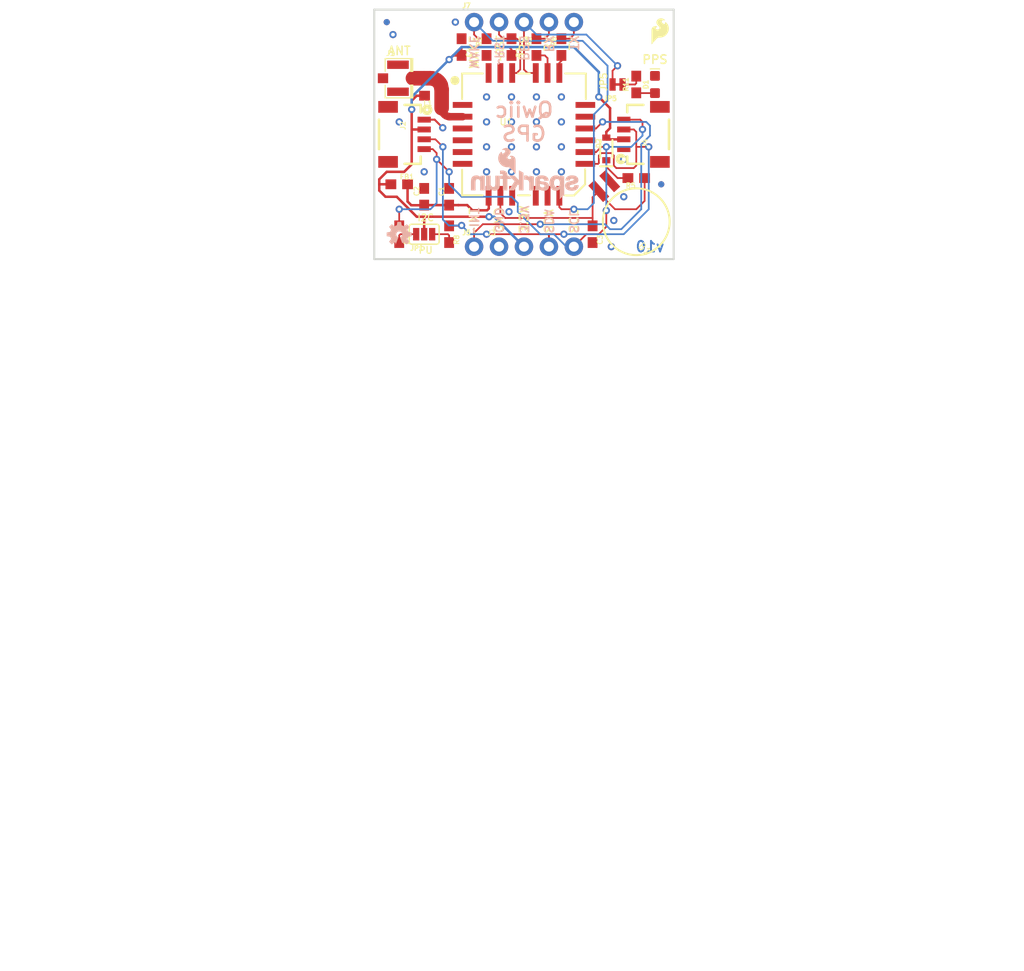
<source format=kicad_pcb>
(kicad_pcb (version 20211014) (generator pcbnew)
  (layers (0 "F.Cu" signal) (31 "B.Cu" signal) (34 "B.Paste" user) (35 "F.Paste" user) (36 "B.SilkS" user "B.Silkscreen") (37 "F.SilkS" user "F.Silkscreen") (38 "B.Mask" user) (39 "F.Mask" user) (44 "Edge.Cuts" user))
  (net 0 "")
  (net 1 "3.3V")
  (net 2 "GND")
  (net 3 "SCL")
  (net 4 "SDA")
  (net 5 "WAKE")
  (net 6 "~{RESET}")
  (net 7 "RXLV")
  (net 8 "TXLV")
  (net 9 "RX")
  (net 10 "TX")
  (net 11 "VCC_FILTERED")
  (net 12 "BACKUP")
  (net 13 "INT")
  (net 14 "PPS")
  (net 15 "N$5")
  (net 16 "N$8")
  (net 17 "N$2")
  (net 18 "EXT_ANT")
  (net 19 "N$4")
  (net 20 "N$6")
  (footprint "Qwiic GPS - Titan X1 v10:BATTCON-6.8MM" (layer "F.Cu") (at 159.9311 113.8936 132)
    (fp_text reference "B1" (at -1.905001 -1.270006 -42) (layer "F.SilkS") (effects (font (size 0.688848 0.688848) (thickness 0.073152)) (justify left)))
    (fp_text value "6.8MM_COIN_CELL")
    (pad "+" smd rect (at 4.87 -0.75 312) (size 2.25 0.85) (layers "F.Cu" "F.Paste" "F.Mask") (net 12 "BACKUP"))
    (pad "-" smd rect (at 4.87 0.75 312) (size 2.25 0.85) (layers "F.Cu" "F.Paste" "F.Mask") (net 2 "GND"))
  )
  (footprint "Qwiic GPS - Titan X1 v10:0603" (layer "F.Cu") (at 135.8011 110.0836)
    (fp_text reference "FB1" (at 0 -0.762) (layer "F.SilkS") (effects (font (size 0.512064 0.512064) (thickness 0.097536)) (justify left)))
    (fp_text value "600Ohm/100MHz")
    (pad "1" smd rect (at -0.85 0) (size 1.1 1) (layers "F.Cu" "F.Paste" "F.Mask") (net 1 "3.3V"))
    (pad "2" smd rect (at 0.85 0) (size 1.1 1) (layers "F.Cu" "F.Paste" "F.Mask") (net 11 "VCC_FILTERED"))
  )
  (footprint "Qwiic GPS - Titan X1 v10:0603" (layer "F.Cu") (at 139.2301 101.0666 180)
    (fp_text reference "L1" (at 0 -0.762) (layer "F.SilkS") (effects (font (size 0.512064 0.512064) (thickness 0.097536)) (justify right)))
    (fp_text value "33nH/±5%/500mA")
    (pad "1" smd rect (at -0.85 0 180) (size 1.1 1) (layers "F.Cu" "F.Paste" "F.Mask") (net 18 "EXT_ANT"))
    (pad "2" smd rect (at 0.85 0 180) (size 1.1 1) (layers "F.Cu" "F.Paste" "F.Mask") (net 1 "3.3V"))
  )
  (footprint "Qwiic GPS - Titan X1 v10:MICRO-FIDUCIAL" (layer "F.Cu") (at 162.4711 110.0836)
    (fp_text reference "JP2" hide)
    (fp_text value "FIDUCIALUFIDUCIAL" hide)
    (pad "1" smd roundrect (at 0 0) (size 0.635 0.635) (layers "F.Cu" "F.Mask") (roundrect_rratio 0.5))
  )
  (footprint "Qwiic GPS - Titan X1 v10:1X04_NO_SILK" (layer "F.Cu") (at 145.9611 116.4336)
    (fp_text reference "J3" (at -1.27 -1.397) (layer "F.SilkS") (effects (font (size 0.512064 0.512064) (thickness 0.097536)) (justify left)))
    (fp_text value "PTH" hide)
    (pad "1" thru_hole circle (at 0 0 90) (size 1.8796 1.8796) (drill 1.016) (layers *.Cu *.Mask) (net 2 "GND"))
    (pad "2" thru_hole circle (at 2.54 0 90) (size 1.8796 1.8796) (drill 1.016) (layers *.Cu *.Mask) (net 1 "3.3V"))
    (pad "3" thru_hole circle (at 5.08 0 90) (size 1.8796 1.8796) (drill 1.016) (layers *.Cu *.Mask) (net 4 "SDA"))
    (pad "4" thru_hole circle (at 7.62 0 90) (size 1.8796 1.8796) (drill 1.016) (layers *.Cu *.Mask) (net 3 "SCL"))
  )
  (footprint "Qwiic GPS - Titan X1 v10:0603" (layer "F.Cu") (at 144.6911 96.1136 90)
    (fp_text reference "R1" (at 0 -0.762 90) (layer "F.SilkS") (effects (font (size 0.512064 0.512064) (thickness 0.097536)) (justify left)))
    (fp_text value "10k")
    (pad "1" smd rect (at -0.85 0 90) (size 1.1 1) (layers "F.Cu" "F.Paste" "F.Mask") (net 2 "GND"))
    (pad "2" smd rect (at 0.85 0 90) (size 1.1 1) (layers "F.Cu" "F.Paste" "F.Mask") (net 5 "WAKE"))
  )
  (footprint "Qwiic GPS - Titan X1 v10:1X05_NO_SILK" (layer "F.Cu") (at 143.4211 93.5736)
    (fp_text reference "J7" (at -1.27 -1.397) (layer "F.SilkS") (effects (font (size 0.48768 0.48768) (thickness 0.12192)) (justify left bottom)))
    (fp_text value "")
    (pad "1" thru_hole circle (at 0 0 90) (size 1.8796 1.8796) (drill 1.016) (layers *.Cu *.Mask) (net 5 "WAKE"))
    (pad "2" thru_hole circle (at 2.54 0 90) (size 1.8796 1.8796) (drill 1.016) (layers *.Cu *.Mask) (net 6 "~{RESET}"))
    (pad "3" thru_hole circle (at 5.08 0 90) (size 1.8796 1.8796) (drill 1.016) (layers *.Cu *.Mask) (net 14 "PPS"))
    (pad "4" thru_hole circle (at 7.62 0 90) (size 1.8796 1.8796) (drill 1.016) (layers *.Cu *.Mask) (net 9 "RX"))
    (pad "5" thru_hole circle (at 10.16 0 90) (size 1.8796 1.8796) (drill 1.016) (layers *.Cu *.Mask) (net 10 "TX"))
  )
  (footprint "Qwiic GPS - Titan X1 v10:0603" (layer "F.Cu") (at 135.8011 115.1636 -90)
    (fp_text reference "R7" (at 0 -0.762 90) (layer "F.SilkS") (effects (font (size 0.512064 0.512064) (thickness 0.097536)) (justify right)))
    (fp_text value "4.7k")
    (pad "1" smd rect (at -0.85 0 270) (size 1.1 1) (layers "F.Cu" "F.Paste" "F.Mask") (net 3 "SCL"))
    (pad "2" smd rect (at 0.85 0 270) (size 1.1 1) (layers "F.Cu" "F.Paste" "F.Mask") (net 16 "N$8"))
  )
  (footprint "Qwiic GPS - Titan X1 v10:REVISION" (layer "F.Cu") (at 126.9111 138.0236)
    (fp_text reference "LOGO3" hide)
    (fp_text value "REVISION" hide)
  )
  (footprint "Qwiic GPS - Titan X1 v10:0603" (layer "F.Cu") (at 147.2311 96.1136 -90)
    (fp_text reference "R2" (at 0 -0.762 90) (layer "F.SilkS") (effects (font (size 0.512064 0.512064) (thickness 0.097536)) (justify right)))
    (fp_text value "10k")
    (pad "1" smd rect (at -0.85 0 270) (size 1.1 1) (layers "F.Cu" "F.Paste" "F.Mask") (net 6 "~{RESET}"))
    (pad "2" smd rect (at 0.85 0 270) (size 1.1 1) (layers "F.Cu" "F.Paste" "F.Mask") (net 1 "3.3V"))
  )
  (footprint "Qwiic GPS - Titan X1 v10:SOD-323" (layer "F.Cu") (at 156.8831 106.48315 90)
    (fp_text reference "D2" (at 0 -0.762 90) (layer "F.SilkS") (effects (font (size 0.512064 0.512064) (thickness 0.097536)) (justify left)))
    (fp_text value "0.5A/40V/420mV")
    (pad "A" smd rect (at 1.15 0 90) (size 0.63 0.83) (layers "F.Cu" "F.Paste" "F.Mask") (net 1 "3.3V"))
    (pad "C" smd rect (at -1.15 0 90) (size 0.63 0.83) (layers "F.Cu" "F.Paste" "F.Mask") (net 20 "N$6"))
  )
  (footprint "Qwiic GPS - Titan X1 v10:SFE_LOGO_FLAME_.1" (layer "F.Cu") (at 161.2011 96.1136)
    (fp_text reference "U$2" hide)
    (fp_text value "" hide)
  )
  (footprint "Qwiic GPS - Titan X1 v10:0603" (layer "F.Cu") (at 142.1511 96.1136 -90)
    (fp_text reference "C4" (at 0 -0.762 90) (layer "F.SilkS") (effects (font (size 0.512064 0.512064) (thickness 0.097536)) (justify right)))
    (fp_text value "1.0uF")
    (pad "1" smd rect (at -0.85 0 270) (size 1.1 1) (layers "F.Cu" "F.Paste" "F.Mask") (net 2 "GND"))
    (pad "2" smd rect (at 0.85 0 270) (size 1.1 1) (layers "F.Cu" "F.Paste" "F.Mask") (net 1 "3.3V"))
  )
  (footprint "Qwiic GPS - Titan X1 v10:1X04_1MM_RA" (layer "F.Cu") (at 138.3411 105.0036 -90)
    (fp_text reference "J2" (at -1.397 2.159 90) (layer "F.SilkS") (effects (font (size 0.512064 0.512064) (thickness 0.097536)) (justify right)))
    (fp_text value "Qwiic Right Angle" hide)
    (pad "1" smd rect (at -1.5 0 270) (size 0.6 1.35) (layers "F.Cu" "F.Paste" "F.Mask") (net 2 "GND"))
    (pad "2" smd rect (at -0.5 0 270) (size 0.6 1.35) (layers "F.Cu" "F.Paste" "F.Mask") (net 1 "3.3V"))
    (pad "3" smd rect (at 0.5 0 270) (size 0.6 1.35) (layers "F.Cu" "F.Paste" "F.Mask") (net 4 "SDA"))
    (pad "4" smd rect (at 1.5 0 270) (size 0.6 1.35) (layers "F.Cu" "F.Paste" "F.Mask") (net 3 "SCL"))
    (pad "NC1" smd rect (at 2.8 3.675 270) (size 1.2 2) (layers "F.Cu" "F.Paste" "F.Mask"))
    (pad "NC2" smd rect (at -2.8 3.675 270) (size 1.2 2) (layers "F.Cu" "F.Paste" "F.Mask"))
  )
  (footprint "Qwiic GPS - Titan X1 v10:0603" (layer "F.Cu") (at 159.9311 99.9236 90)
    (fp_text reference "R11" (at 0 -0.762 90) (layer "F.SilkS") (effects (font (size 0.48768 0.48768) (thickness 0.12192)) (justify bottom)))
    (fp_text value "470")
    (pad "1" smd rect (at -0.85 0 90) (size 1.1 1) (layers "F.Cu" "F.Paste" "F.Mask") (net 17 "N$2"))
    (pad "2" smd rect (at 0.85 0 90) (size 1.1 1) (layers "F.Cu" "F.Paste" "F.Mask") (net 19 "N$4"))
  )
  (footprint "Qwiic GPS - Titan X1 v10:1X01_NO_SILK" (layer "F.Cu") (at 143.4211 116.4336)
    (fp_text reference "J5" (at -1.27 -1.143) (layer "F.SilkS") (effects (font (size 0.48768 0.48768) (thickness 0.12192)) (justify left bottom)))
    (fp_text value "")
    (pad "1" thru_hole circle (at 0 0 90) (size 1.8796 1.8796) (drill 1.016) (layers *.Cu *.Mask) (net 13 "INT"))
  )
  (footprint "Qwiic GPS - Titan X1 v10:0603" (layer "F.Cu") (at 159.9311 109.4486 180)
    (fp_text reference "R5" (at 0 -0.762) (layer "F.SilkS") (effects (font (size 0.512064 0.512064) (thickness 0.097536)) (justify right)))
    (fp_text value "1k")
    (pad "1" smd rect (at -0.85 0 180) (size 1.1 1) (layers "F.Cu" "F.Paste" "F.Mask") (net 12 "BACKUP"))
    (pad "2" smd rect (at 0.85 0 180) (size 1.1 1) (layers "F.Cu" "F.Paste" "F.Mask") (net 20 "N$6"))
  )
  (footprint "Qwiic GPS - Titan X1 v10:0603" (layer "F.Cu") (at 140.8811 115.1636 -90)
    (fp_text reference "R8" (at 0 -0.762 90) (layer "F.SilkS") (effects (font (size 0.512064 0.512064) (thickness 0.097536)) (justify right)))
    (fp_text value "4.7k")
    (pad "1" smd rect (at -0.85 0 270) (size 1.1 1) (layers "F.Cu" "F.Paste" "F.Mask") (net 4 "SDA"))
    (pad "2" smd rect (at 0.85 0 270) (size 1.1 1) (layers "F.Cu" "F.Paste" "F.Mask") (net 15 "N$5"))
  )
  (footprint "Qwiic GPS - Titan X1 v10:STAND-OFF" (layer "F.Cu") (at 138.3411 94.8436)
    (fp_text reference "JP3" hide)
    (fp_text value "STAND-OFF" hide)
    (pad "" np_thru_hole circle (at 0 0) (size 3.302 3.302) (drill 3.302) (layers *.Cu *.Mask))
  )
  (footprint "Qwiic GPS - Titan X1 v10:CREATIVE_COMMONS" (layer "F.Cu") (at 115.4811 135.4836)
    (fp_text reference "FRAME1" hide)
    (fp_text value "FRAME-LETTER" hide)
  )
  (footprint "Qwiic GPS - Titan X1 v10:0603" (layer "F.Cu") (at 149.7711 96.1136 90)
    (fp_text reference "R3" (at 0 -0.762 90) (layer "F.SilkS") (effects (font (size 0.512064 0.512064) (thickness 0.097536)) (justify left)))
    (fp_text value "470")
    (pad "1" smd rect (at -0.85 0 90) (size 1.1 1) (layers "F.Cu" "F.Paste" "F.Mask") (net 7 "RXLV"))
    (pad "2" smd rect (at 0.85 0 90) (size 1.1 1) (layers "F.Cu" "F.Paste" "F.Mask") (net 9 "RX"))
  )
  (footprint "Qwiic GPS - Titan X1 v10:0603" (layer "F.Cu") (at 155.4861 115.1636 -90)
    (fp_text reference "C3" (at 0 -0.762 90) (layer "F.SilkS") (effects (font (size 0.512064 0.512064) (thickness 0.097536)) (justify right)))
    (fp_text value "1.0uF")
    (pad "1" smd rect (at -0.85 0 270) (size 1.1 1) (layers "F.Cu" "F.Paste" "F.Mask") (net 12 "BACKUP"))
    (pad "2" smd rect (at 0.85 0 270) (size 1.1 1) (layers "F.Cu" "F.Paste" "F.Mask") (net 2 "GND"))
  )
  (footprint "Qwiic GPS - Titan X1 v10:TITAN_X1_GPS" (layer "F.Cu") (at 148.5011 105.0036)
    (fp_text reference "U1" (at -2.54 -1.27) (layer "F.SilkS") (effects (font (size 0.664845 0.664845) (thickness 0.097155)) (justify left)))
    (fp_text value "Titan X1 GPS")
    (pad "1" smd rect (at -6.25 -3) (size 2 0.6) (layers "F.Cu" "F.Paste" "F.Mask") (net 2 "GND"))
    (pad "2" smd rect (at -6.25 -1.8) (size 2 0.6) (layers "F.Cu" "F.Paste" "F.Mask") (net 18 "EXT_ANT"))
    (pad "3" smd rect (at -6.25 -0.6) (size 2 0.6) (layers "F.Cu" "F.Paste" "F.Mask") (net 2 "GND"))
    (pad "4" smd rect (at -6.25 0.6) (size 2 0.6) (layers "F.Cu" "F.Paste" "F.Mask") (net 2 "GND"))
    (pad "5" smd rect (at -6.25 1.8) (size 2 0.6) (layers "F.Cu" "F.Paste" "F.Mask") (net 2 "GND"))
    (pad "6" smd rect (at -6.25 3) (size 2 0.6) (layers "F.Cu" "F.Paste" "F.Mask") (net 2 "GND"))
    (pad "7" smd rect (at -3.6 6.25 90) (size 2 0.6) (layers "F.Cu" "F.Paste" "F.Mask") (net 11 "VCC_FILTERED"))
    (pad "8" smd rect (at -2.4 6.25 90) (size 2 0.6) (layers "F.Cu" "F.Paste" "F.Mask") (net 12 "BACKUP"))
    (pad "9" smd rect (at -1.2 6.25 90) (size 2 0.6) (layers "F.Cu" "F.Paste" "F.Mask") (net 2 "GND"))
    (pad "10" smd rect (at 1.2 6.25 90) (size 2 0.6) (layers "F.Cu" "F.Paste" "F.Mask") (net 2 "GND"))
    (pad "11" smd rect (at 2.4 6.25 90) (size 2 0.6) (layers "F.Cu" "F.Paste" "F.Mask") (net 2 "GND"))
    (pad "12" smd rect (at 3.6 6.25 90) (size 2 0.6) (layers "F.Cu" "F.Paste" "F.Mask") (net 5 "WAKE"))
    (pad "13" smd rect (at 6.25 3) (size 2 0.6) (layers "F.Cu" "F.Paste" "F.Mask") (net 4 "SDA"))
    (pad "14" smd rect (at 6.25 1.8) (size 2 0.6) (layers "F.Cu" "F.Paste" "F.Mask") (net 3 "SCL"))
    (pad "15" smd rect (at 6.25 0.6) (size 2 0.6) (layers "F.Cu" "F.Paste" "F.Mask"))
    (pad "16" smd rect (at 6.25 -0.6) (size 2 0.6) (layers "F.Cu" "F.Paste" "F.Mask") (net 13 "INT"))
    (pad "17" smd rect (at 6.25 -1.8) (size 2 0.6) (layers "F.Cu" "F.Paste" "F.Mask"))
    (pad "18" smd rect (at 6.25 -3) (size 2 0.6) (layers "F.Cu" "F.Paste" "F.Mask"))
    (pad "19" smd rect (at 3.6 -6.25 270) (size 2 0.6) (layers "F.Cu" "F.Paste" "F.Mask") (net 8 "TXLV"))
    (pad "20" smd rect (at 2.4 -6.25 270) (size 2 0.6) (layers "F.Cu" "F.Paste" "F.Mask") (net 7 "RXLV"))
    (pad "21" smd rect (at 1.2 -6.25 270) (size 2 0.6) (layers "F.Cu" "F.Paste" "F.Mask") (net 14 "PPS"))
    (pad "22" smd rect (at -1.2 -6.25 270) (size 2 0.6) (layers "F.Cu" "F.Paste" "F.Mask") (net 6 "~{RESET}"))
    (pad "23" smd rect (at -2.4 -6.25 270) (size 2 0.6) (layers "F.Cu" "F.Paste" "F.Mask"))
    (pad "24" smd rect (at -3.6 -6.25 270) (size 2 0.6) (layers "F.Cu" "F.Paste" "F.Mask") (net 2 "GND"))
  )
  (footprint "Qwiic GPS - Titan X1 v10:SMT-JUMPER_3_2-NC_PASTE_SILK" (layer "F.Cu") (at 138.3411 115.1636 180)
    (fp_text reference "JP1" (at 0 -1.143 180) (layer "F.SilkS") (effects (font (size 0.48768 0.48768) (thickness 0.12192)) (justify right top)))
    (fp_text value "")
    (pad "1" smd rect (at -0.8128 0 180) (size 0.635 1.27) (layers "F.Cu" "F.Mask") (net 15 "N$5"))
    (pad "2" smd rect (at 0 0 180) (size 0.635 1.27) (layers "F.Cu" "F.Mask") (net 1 "3.3V"))
    (pad "3" smd rect (at 0.8128 0 180) (size 0.635 1.27) (layers "F.Cu" "F.Mask") (net 16 "N$8"))
  )
  (footprint "Qwiic GPS - Titan X1 v10:MICRO-FIDUCIAL" (layer "F.Cu") (at 134.5311 93.5736)
    (fp_text reference "JP6" hide)
    (fp_text value "FIDUCIALUFIDUCIAL" hide)
    (pad "1" smd roundrect (at 0 0) (size 0.635 0.635) (layers "F.Cu" "F.Mask") (roundrect_rratio 0.5))
  )
  (footprint "Qwiic GPS - Titan X1 v10:0603" (layer "F.Cu") (at 140.8811 111.3536 90)
    (fp_text reference "C1" (at 0 -0.762 90) (layer "F.SilkS") (effects (font (size 0.512064 0.512064) (thickness 0.097536)) (justify left)))
    (fp_text value "0.1uF")
    (pad "1" smd rect (at -0.85 0 90) (size 1.1 1) (layers "F.Cu" "F.Paste" "F.Mask") (net 11 "VCC_FILTERED"))
    (pad "2" smd rect (at 0.85 0 90) (size 1.1 1) (layers "F.Cu" "F.Paste" "F.Mask") (net 2 "GND"))
  )
  (footprint "Qwiic GPS - Titan X1 v10:0603" (layer "F.Cu") (at 152.3111 96.1136 90)
    (fp_text reference "R6" (at 0 -0.762 90) (layer "F.SilkS") (effects (font (size 0.512064 0.512064) (thickness 0.097536)) (justify left)))
    (fp_text value "470")
    (pad "1" smd rect (at -0.85 0 90) (size 1.1 1) (layers "F.Cu" "F.Paste" "F.Mask") (net 8 "TXLV"))
    (pad "2" smd rect (at 0.85 0 90) (size 1.1 1) (layers "F.Cu" "F.Paste" "F.Mask") (net 10 "TX"))
  )
  (footprint "Qwiic GPS - Titan X1 v10:PRODUCTION_INSTRUCTIONS" (layer "F.Cu") (at 97.7011 139.2936)
    (fp_text reference "U$3" hide)
    (fp_text value "SPECIAL_INSTRUCTIONS-PRODUCTION" hide)
  )
  (footprint "Qwiic GPS - Titan X1 v10:LED-0603" (layer "F.Cu") (at 161.8361 99.9236 90)
    (fp_text reference "D1" (at 0 -0.635 90) (layer "F.SilkS") (effects (font (size 0.48768 0.48768) (thickness 0.12192)) (justify bottom)))
    (fp_text value "BLUE")
    (pad "A" smd roundrect (at -0.877 0) (size 1 1) (layers "F.Cu" "F.Paste" "F.Mask") (roundrect_rratio 0.15) (net 17 "N$2"))
    (pad "C" smd roundrect (at 0.877 0) (size 1 1) (layers "F.Cu" "F.Paste" "F.Mask") (roundrect_rratio 0.15) (net 2 "GND"))
  )
  (footprint "Qwiic GPS - Titan X1 v10:1X04_1MM_RA" (layer "F.Cu") (at 158.6611 105.0036 90)
    (fp_text reference "J4" (at -1.397 2.159 90) (layer "F.SilkS") (effects (font (size 0.512064 0.512064) (thickness 0.097536)) (justify left)))
    (fp_text value "Qwiic Right Angle" hide)
    (pad "1" smd rect (at -1.5 0 90) (size 0.6 1.35) (layers "F.Cu" "F.Paste" "F.Mask") (net 2 "GND"))
    (pad "2" smd rect (at -0.5 0 90) (size 0.6 1.35) (layers "F.Cu" "F.Paste" "F.Mask") (net 1 "3.3V"))
    (pad "3" smd rect (at 0.5 0 90) (size 0.6 1.35) (layers "F.Cu" "F.Paste" "F.Mask") (net 4 "SDA"))
    (pad "4" smd rect (at 1.5 0 90) (size 0.6 1.35) (layers "F.Cu" "F.Paste" "F.Mask") (net 3 "SCL"))
    (pad "NC1" smd rect (at 2.8 3.675 90) (size 1.2 2) (layers "F.Cu" "F.Paste" "F.Mask"))
    (pad "NC2" smd rect (at -2.8 3.675 90) (size 1.2 2) (layers "F.Cu" "F.Paste" "F.Mask"))
  )
  (footprint "Qwiic GPS - Titan X1 v10:STAND-OFF" (layer "F.Cu") (at 158.6611 94.8436)
    (fp_text reference "JP4" hide)
    (fp_text value "STAND-OFF" hide)
    (pad "" np_thru_hole circle (at 0 0) (size 3.302 3.302) (drill 3.302) (layers *.Cu *.Mask))
  )
  (footprint "Qwiic GPS - Titan X1 v10:U.FL" (layer "F.Cu") (at 135.6741 99.2886)
    (fp_text reference "J1" (at -1.27 -2.54) (layer "F.SilkS") (effects (font (size 0.512064 0.512064) (thickness 0.097536)) (justify left)))
    (fp_text value "U.FL")
    (pad "1" smd rect (at 0 -1.375) (size 2.2 0.85) (layers "F.Cu" "F.Paste" "F.Mask") (net 2 "GND"))
    (pad "2" smd rect (at 0 1.375) (size 2.2 0.85) (layers "F.Cu" "F.Paste" "F.Mask") (net 2 "GND"))
    (pad "FEED" smd rect (at 1.525 0) (size 1.05 1) (layers "F.Cu" "F.Paste" "F.Mask") (net 18 "EXT_ANT"))
    (pad "NC" smd rect (at -1.525 0) (size 1.05 1) (layers "F.Cu" "F.Paste" "F.Mask"))
  )
  (footprint "Qwiic GPS - Titan X1 v10:SMT-JUMPER_2_NC_TRACE_NO-SILK" (layer "F.Cu") (at 158.0261 99.9236 180)
    (fp_text reference "JP5" (at 0 -1.143 180) (layer "F.SilkS") (effects (font (size 0.48768 0.48768) (thickness 0.12192)) (justify right top)))
    (fp_text value "")
    (fp_line (start -0.508 0) (end 0.508 0) (layer "F.Cu") (width 0.254))
    (pad "1" smd rect (at -0.508 0 180) (size 0.635 1.27) (layers "F.Cu" "F.Mask") (net 19 "N$4"))
    (pad "2" smd rect (at 0.508 0 180) (size 0.635 1.27) (layers "F.Cu" "F.Mask") (net 14 "PPS"))
  )
  (footprint "Qwiic GPS - Titan X1 v10:0603" (layer "F.Cu") (at 138.3411 111.3536 90)
    (fp_text reference "C2" (at 0 -0.762 90) (layer "F.SilkS") (effects (font (size 0.512064 0.512064) (thickness 0.097536)) (justify left)))
    (fp_text value "1.0uF")
    (pad "1" smd rect (at -0.85 0 90) (size 1.1 1) (layers "F.Cu" "F.Paste" "F.Mask") (net 11 "VCC_FILTERED"))
    (pad "2" smd rect (at 0.85 0 90) (size 1.1 1) (layers "F.Cu" "F.Paste" "F.Mask") (net 2 "GND"))
  )
  (footprint "Qwiic GPS - Titan X1 v10:OSHW-LOGO-MINI" (layer "B.Cu") (at 135.8011 115.1636 180)
    (fp_text reference "LOGO1" hide)
    (fp_text value "OSHW-LOGOMINI" hide)
  )
  (footprint "Qwiic GPS - Titan X1 v10:MICRO-FIDUCIAL" (layer "B.Cu") (at 162.4711 110.0836 180)
    (fp_text reference "JP7" hide)
    (fp_text value "FIDUCIALUFIDUCIAL" hide)
    (pad "1" smd roundrect (at 0 0 180) (size 0.635 0.635) (layers "B.Cu" "B.Mask") (roundrect_rratio 0.5))
  )
  (footprint "Qwiic GPS - Titan X1 v10:MICRO-FIDUCIAL" (layer "B.Cu") (at 134.5311 93.5736 180)
    (fp_text reference "JP8" hide)
    (fp_text value "FIDUCIALUFIDUCIAL" hide)
    (pad "1" smd roundrect (at 0 0 180) (size 0.635 0.635) (layers "B.Cu" "B.Mask") (roundrect_rratio 0.5))
  )
  (footprint "Qwiic GPS - Titan X1 v10:SFE_LOGO_NAME_FLAME_.1" (layer "B.Cu") (at 154.4701 111.6076 180)
    (fp_text reference "LOGO2" hide)
    (fp_text value "SFE_LOGO_NAME_FLAME.1_INCH" hide)
  )
  (gr_line (start 163.7411 117.7036) (end 133.2611 117.7036) (layer "Edge.Cuts") (width 0.2032))
  (gr_line (start 133.2611 92.3036) (end 163.7411 92.3036) (layer "Edge.Cuts") (width 0.2032))
  (gr_line (start 133.2611 117.7036) (end 133.2611 92.3036) (layer "Edge.Cuts") (width 0.2032))
  (gr_line (start 163.7411 92.3036) (end 163.7411 117.7036) (layer "Edge.Cuts") (width 0.2032))
  (gr_text "v10" (at 161.3281 116.4336) (layer "B.Cu") (effects (font (size 1.0795 1.0795) (thickness 0.1905)) (justify mirror)))
  (gr_text "TX" (at 153.5811 94.8436 -90) (layer "B.SilkS") (effects (font (size 0.8636 0.8636) (thickness 0.1524)) (justify right mirror)))
  (gr_text "SCL" (at 153.5811 115.1636 -90) (layer "B.SilkS") (effects (font (size 0.8636 0.8636) (thickness 0.1524)) (justify left mirror)))
  (gr_text "Qwiic\nGPS" (at 148.5011 103.7336) (layer "B.SilkS") (effects (font (size 1.5113 1.5113) (thickness 0.2667)) (justify mirror)))
  (gr_text "3.3V" (at 148.5011 115.1636 -90) (layer "B.SilkS") (effects (font (size 0.8636 0.8636) (thickness 0.1524)) (justify left mirror)))
  (gr_text "WAKE" (at 143.4211 94.8436 -90) (layer "B.SilkS") (effects (font (size 0.8636 0.8636) (thickness 0.1524)) (justify right mirror)))
  (gr_text "~RST" (at 145.9611 94.8436 -90) (layer "B.SilkS") (effects (font (size 0.8636 0.8636) (thickness 0.1524)) (justify right mirror)))
  (gr_text "GND" (at 145.9611 115.1636 -90) (layer "B.SilkS") (effects (font (size 0.8636 0.8636) (thickness 0.1524)) (justify left mirror)))
  (gr_text "~INT" (at 143.4211 115.1636 -90) (layer "B.SilkS") (effects (font (size 0.8636 0.8636) (thickness 0.1524)) (justify left mirror)))
  (gr_text "RX" (at 151.0411 94.8436 -90) (layer "B.SilkS") (effects (font (size 0.8636 0.8636) (thickness 0.1524)) (justify right mirror)))
  (gr_text "SDA" (at 151.0411 115.1636 -90) (layer "B.SilkS") (effects (font (size 0.8636 0.8636) (thickness 0.1524)) (justify left mirror)))
  (gr_text "PPS" (at 148.5011 94.8436 -90) (layer "B.SilkS") (effects (font (size 0.8636 0.8636) (thickness 0.1524)) (justify right mirror)))
  (gr_text "PPS" (at 148.5011 94.8436 90) (layer "F.SilkS") (effects (font (size 0.8636 0.8636) (thickness 0.1524)) (justify right)))
  (gr_text "SCL" (at 153.5811 115.1636 90) (layer "F.SilkS") (effects (font (size 0.8636 0.8636) (thickness 0.1524)) (justify left)))
  (gr_text "I2C" (at 137.5791 113.8936) (layer "F.SilkS") (effects (font (size 0.69088 0.69088) (thickness 0.12192)) (justify left bottom)))
  (gr_text "TX" (at 153.5811 94.8436 90) (layer "F.SilkS") (effects (font (size 0.8636 0.8636) (thickness 0.1524)) (justify right)))
  (gr_text "~RST" (at 146.0881 94.8436 90) (layer "F.SilkS") (effects (font (size 0.75565 0.75565) (thickness 0.13335)) (justify right)))
  (gr_text "SDA" (at 151.0411 115.1636 90) (layer "F.SilkS") (effects (font (size 0.8636 0.8636) (thickness 0.1524)) (justify left)))
  (gr_text "~INT" (at 143.4211 115.1636 90) (layer "F.SilkS") (effects (font (size 0.8636 0.8636) (thickness 0.1524)) (justify left)))
  (gr_text "PU" (at 137.7061 117.1956) (layer "F.SilkS") (effects (font (size 0.69088 0.69088) (thickness 0.12192)) (justify left bottom)))
  (gr_text "JP5" (at 156.1973 98.6409 90) (layer "F.SilkS") (effects (font (size 0.69088 0.69088) (thickness 0.12192)) (justify right top)))
  (gr_text "RX" (at 151.0411 94.8436 90) (layer "F.SilkS") (effects (font (size 0.8636 0.8636) (thickness 0.1524)) (justify right)))
  (gr_text "GND" (at 145.9611 115.1636 90) (layer "F.SilkS") (effects (font (size 0.8636 0.8636) (thickness 0.1524)) (justify left)))
  (gr_text "PPS" (at 161.8361 97.3836) (layer "F.SilkS") (effects (font (size 0.8636 0.8636) (thickness 0.1524))))
  (gr_text "WAKE" (at 143.4211 94.8436 90) (layer "F.SilkS") (effects (font (size 0.8636 0.8636) (thickness 0.1524)) (justify right)))
  (gr_text "3.3V" (at 148.5011 115.1636 90) (layer "F.SilkS") (effects (font (size 0.8636 0.8636) (thickness 0.1524)) (justify left)))
  (gr_text "ANT" (at 135.8011 96.4946) (layer "F.SilkS") (effects (font (size 0.8636 0.8636) (thickness 0.1524))))
  (segment (start 137.0711 108.0516) (end 137.0711 104.4956) (width 0.254) (layer "F.Cu") (net 1))
  (segment (start 158.6531 105.5116) (end 158.6611 105.5036) (width 0.254) (layer "F.Cu") (net 1))
  (segment (start 142.1511 96.9636) (end 141.3011 96.9636) (width 0.254) (layer "F.Cu") (net 1))
  (segment (start 138.3801 101.0666) (end 137.5791 101.0666) (width 0.254) (layer "F.Cu") (net 1))
  (segment (start 133.7691 110.0836) (end 133.7691 109.5756) (width 0.254) (layer "F.Cu") (net 1))
  (segment (start 146.9771 96.1136) (end 147.2311 96.3676) (width 0.1778) (layer "F.Cu") (net 1))
  (segment (start 138.3411 113.3856) (end 137.5791 113.3856) (width 0.254) (layer "F.Cu") (net 1))
  (segment (start 137.0791 104.5036) (end 137.0711 104.4956) (width 0.254) (layer "F.Cu") (net 1))
  (segment (start 157.2641 104.3686) (end 157.2641 102.3366) (width 0.254) (layer "F.Cu") (net 1))
  (segment (start 134.5311 108.8136) (end 136.3091 108.8136) (width 0.254) (layer "F.Cu") (net 1))
  (segment (start 137.0711 104.4956) (end 137.0711 102.4636) (width 0.254) (layer "F.Cu") (net 1))
  (segment (start 134.4041 111.3536) (end 133.7691 110.7186) (width 0.254) (layer "F.Cu") (net 1))
  (segment (start 138.3411 115.1636) (end 138.3411 113.3856) (width 0.254) (layer "F.Cu") (net 1))
  (segment (start 133.7691 109.5756) (end 134.5311 108.8136) (width 0.254) (layer "F.Cu") (net 1))
  (segment (start 156.8831 104.7496) (end 157.2641 104.3686) (width 0.254) (layer "F.Cu") (net 1))
  (segment (start 157.2641 102.3366) (end 156.1211 101.1936) (width 0.254) (layer "F.Cu") (net 1))
  (segment (start 156.8831 105.5116) (end 158.6531 105.5116) (width 0.254) (layer "F.Cu") (net 1))
  (segment (start 137.0711 101.5746) (end 137.0711 102.4636) (width 0.254) (layer "F.Cu") (net 1))
  (segment (start 147.2311 96.3676) (end 147.2311 96.9636) (width 0.1778) (layer "F.Cu") (net 1))
  (segment (start 134.9511 110.0836) (end 133.7691 110.0836) (width 0.254) (layer "F.Cu") (net 1))
  (segment (start 144.9451 113.3856) (end 138.3411 113.3856) (width 0.254) (layer "F.Cu") (net 1))
  (segment (start 137.5791 101.0666) (end 137.0711 101.5746) (width 0.254) (layer "F.Cu") (net 1))
  (segment (start 141.3011 96.9636) (end 140.8811 97.3836) (width 0.254) (layer "F.Cu") (net 1))
  (segment (start 156.8831 105.33315) (end 156.8831 104.7496) (width 0.254) (layer "F.Cu") (net 1))
  (segment (start 136.3091 108.8136) (end 137.0711 108.0516) (width 0.254) (layer "F.Cu") (net 1))
  (segment (start 146.9771 96.1136) (end 142.2781 96.1136) (width 0.1778) (layer "F.Cu") (net 1))
  (segment (start 142.1511 96.2406) (end 142.1511 96.9636) (width 0.1778) (layer "F.Cu") (net 1))
  (segment (start 135.5471 111.3536) (end 137.5791 113.3856) (width 0.254) (layer "F.Cu") (net 1))
  (segment (start 133.7691 110.7186) (end 133.7691 110.0836) (width 0.254) (layer "F.Cu") (net 1))
  (segment (start 138.3411 104.5036) (end 137.0791 104.5036) (width 0.254) (layer "F.Cu") (net 1))
  (segment (start 135.5471 111.3536) (end 134.4041 111.3536) (width 0.254) (layer "F.Cu") (net 1))
  (segment (start 156.8831 105.33315) (end 156.8831 105.5116) (width 0.254) (layer "F.Cu") (net 1))
  (segment (start 142.2781 96.1136) (end 142.1511 96.2406) (width 0.1778) (layer "F.Cu") (net 1))
  (via (at 140.8811 97.3836) (size 0.7366) (drill 0.381) (layers "F.Cu" "B.Cu") (net 1))
  (via (at 137.0711 102.4636) (size 0.7366) (drill 0.381) (layers "F.Cu" "B.Cu") (net 1))
  (via (at 156.1211 101.1936) (size 0.7366) (drill 0.381) (layers "F.Cu" "B.Cu") (net 1))
  (via (at 144.9451 113.3856) (size 0.7366) (drill 0.381) (layers "F.Cu" "B.Cu") (net 1))
  (segment (start 142.1511 96.1136) (end 140.8811 97.3836) (width 0.254) (layer "B.Cu") (net 1))
  (segment (start 153.5811 96.1136) (end 142.1511 96.1136) (width 0.254) (layer "B.Cu") (net 1))
  (segment (start 144.9451 113.3856) (end 145.4531 113.3856) (width 0.254) (layer "B.Cu") (net 1))
  (segment (start 137.0711 102.4636) (end 137.0711 101.1936) (width 0.254) (layer "B.Cu") (net 1))
  (segment (start 156.1211 101.1936) (end 156.1211 98.6536) (width 0.254) (layer "B.Cu") (net 1))
  (segment (start 156.1211 98.6536) (end 153.5811 96.1136) (width 0.254) (layer "B.Cu") (net 1))
  (segment (start 140.8811 97.3836) (end 137.0711 101.1936) (width 0.254) (layer "B.Cu") (net 1))
  (segment (start 145.4531 113.3856) (end 148.5011 116.4336) (width 0.254) (layer "B.Cu") (net 1))
  (segment (start 138.3411 103.5036) (end 138.8731 103.5036) (width 0.254) (layer "F.Cu") (net 2))
  (segment (start 138.8731 103.5036) (end 139.4065 103.5036) (width 0.2032) (layer "F.Cu") (net 2))
  (segment (start 139.4065 103.5036) (end 140.2334 104.3305) (width 0.2032) (layer "F.Cu") (net 2))
  (via (at 147.2311 108.8136) (size 0.7366) (drill 0.381) (layers "F.Cu" "B.Cu") (net 2))
  (via (at 141.5161 93.5736) (size 0.7366) (drill 0.381) (layers "F.Cu" "B.Cu") (net 2))
  (via (at 152.3111 103.7336) (size 0.7366) (drill 0.381) (layers "F.Cu" "B.Cu") (net 2))
  (via (at 144.6911 101.1936) (size 0.7366) (drill 0.381) (layers "F.Cu" "B.Cu") (net 2))
  (via (at 135.8011 103.7336) (size 0.7366) (drill 0.381) (layers "F.Cu" "B.Cu") (net 2))
  (via (at 152.3111 106.2736) (size 0.7366) (drill 0.381) (layers "F.Cu" "B.Cu") (net 2))
  (via (at 158.6611 107.5436) (size 0.7366) (drill 0.381) (layers "F.Cu" "B.Cu") (net 2))
  (via (at 149.7711 108.8136) (size 0.7366) (drill 0.381) (layers "F.Cu" "B.Cu") (net 2))
  (via (at 158.6611 111.3536) (size 0.7366) (drill 0.381) (layers "F.Cu" "B.Cu") (net 2))
  (via (at 149.7711 101.1936) (size 0.7366) (drill 0.381) (layers "F.Cu" "B.Cu") (net 2))
  (via (at 147.2311 101.1936) (size 0.7366) (drill 0.381) (layers "F.Cu" "B.Cu") (net 2))
  (via (at 149.7711 106.2736) (size 0.7366) (drill 0.381) (layers "F.Cu" "B.Cu") (net 2))
  (via (at 144.6911 108.8136) (size 0.7366) (drill 0.381) (layers "F.Cu" "B.Cu") (net 2))
  (via (at 138.3411 108.8136) (size 0.7366) (drill 0.381) (layers "F.Cu" "B.Cu") (net 2))
  (via (at 152.3111 108.8136) (size 0.7366) (drill 0.381) (layers "F.Cu" "B.Cu") (net 2))
  (via (at 147.2311 106.2736) (size 0.7366) (drill 0.381) (layers "F.Cu" "B.Cu") (net 2))
  (via (at 149.7711 103.7336) (size 0.7366) (drill 0.381) (layers "F.Cu" "B.Cu") (net 2))
  (via (at 144.6911 103.7336) (size 0.7366) (drill 0.381) (layers "F.Cu" "B.Cu") (net 2))
  (via (at 147.2311 103.7336) (size 0.7366) (drill 0.381) (layers "F.Cu" "B.Cu") (net 2))
  (via (at 140.2334 104.3305) (size 0.7366) (drill 0.381) (layers "F.Cu" "B.Cu") (net 2))
  (via (at 157.3911 116.4336) (size 0.7366) (drill 0.381) (layers "F.Cu" "B.Cu") (net 2))
  (via (at 135.1661 94.8436) (size 0.7366) (drill 0.381) (layers "F.Cu" "B.Cu") (net 2))
  (via (at 152.3111 101.1936) (size 0.7366) (drill 0.381) (layers "F.Cu" "B.Cu") (net 2))
  (via (at 144.6911 106.2736) (size 0.7366) (drill 0.381) (layers "F.Cu" "B.Cu") (net 2))
  (via (at 146.9771 112.8776) (size 0.7366) (drill 0.381) (layers "F.Cu" "B.Cu") (net 2))
  (via (at 157.6451 113.7666) (size 0.7366) (drill 0.381) (layers "F.Cu" "B.Cu") (net 2))
  (segment (start 158.6611 103.5036) (end 160.3361 103.5036) (width 0.1778) (layer "F.Cu") (net 3))
  (segment (start 156.3751 106.2736) (end 156.8831 106.2736) (width 0.1778) (layer "F.Cu") (net 3))
  (segment (start 135.8011 114.3136) (end 135.8011 112.6236) (width 0.1778) (layer "F.Cu") (net 3))
  (segment (start 160.5661 103.7336) (end 160.5661 104.4956) (width 0.1778) (layer "F.Cu") (net 3))
  (segment (start 140.8811 108.8136) (end 139.6111 107.5436) (width 0.1778) (layer "F.Cu") (net 3))
  (segment (start 156.8831 114.4016) (end 156.1211 115.1636) (width 0.1778) (layer "F.Cu") (net 3))
  (segment (start 156.8831 112.7506) (end 156.8831 114.4016) (width 0.1778) (layer "F.Cu") (net 3))
  (segment (start 139.2061 106.5036) (end 139.6111 106.9086) (width 0.1778) (layer "F.Cu") (net 3))
  (segment (start 160.3361 103.5036) (end 160.5661 103.7336) (width 0.1778) (layer "F.Cu") (net 3))
  (segment (start 139.6111 106.9086) (end 139.6111 107.5436) (width 0.1778) (layer "F.Cu") (net 3))
  (segment (start 154.7511 106.8036) (end 155.8451 106.8036) (width 0.1778) (layer "F.Cu") (net 3))
  (segment (start 156.1211 115.1636) (end 154.8511 115.1636) (width 0.1778) (layer "F.Cu") (net 3))
  (segment (start 156.3751 106.2736) (end 155.8451 106.8036) (width 0.1778) (layer "F.Cu") (net 3))
  (segment (start 154.8511 115.1636) (end 153.5811 116.4336) (width 0.1778) (layer "F.Cu") (net 3))
  (segment (start 138.3411 106.5036) (end 139.2061 106.5036) (width 0.1778) (layer "F.Cu") (net 3))
  (via (at 160.5661 104.4956) (size 0.7366) (drill 0.381) (layers "F.Cu" "B.Cu") (net 3))
  (via (at 156.8831 112.7506) (size 0.7366) (drill 0.381) (layers "F.Cu" "B.Cu") (net 3))
  (via (at 156.8831 106.2736) (size 0.7366) (drill 0.381) (layers "F.Cu" "B.Cu") (net 3))
  (via (at 135.8011 112.6236) (size 0.7366) (drill 0.381) (layers "F.Cu" "B.Cu") (net 3))
  (via (at 140.8811 108.8136) (size 0.7366) (drill 0.381) (layers "F.Cu" "B.Cu") (net 3))
  (via (at 139.6111 107.5436) (size 0.7366) (drill 0.381) (layers "F.Cu" "B.Cu") (net 3))
  (segment (start 156.8831 106.2736) (end 159.4231 106.2736) (width 0.1778) (layer "B.Cu") (net 3))
  (segment (start 153.5811 116.4336) (end 152.8191 116.4336) (width 0.1778) (layer "B.Cu") (net 3))
  (segment (start 147.8661 112.8776) (end 147.8661 111.9886) (width 0.1778) (layer "B.Cu") (net 3))
  (segment (start 152.8191 116.4336) (end 151.5491 115.1636) (width 0.1778) (layer "B.Cu") (net 3))
  (segment (start 147.2311 111.3536) (end 142.1511 111.3536) (width 0.1778) (layer "B.Cu") (net 3))
  (segment (start 138.9761 112.6236) (end 139.6111 111.9886) (width 0.1778) (layer "B.Cu") (net 3))
  (segment (start 160.5661 104.4956) (end 160.5661 105.1306) (width 0.1778) (layer "B.Cu") (net 3))
  (segment (start 159.4231 106.2736) (end 160.5661 105.1306) (width 0.1778) (layer "B.Cu") (net 3))
  (segment (start 147.8661 111.9886) (end 147.2311 111.3536) (width 0.1778) (layer "B.Cu") (net 3))
  (segment (start 151.5491 115.1636) (end 150.1521 115.1636) (width 0.1778) (layer "B.Cu") (net 3))
  (segment (start 139.6111 111.9886) (end 139.6111 107.5436) (width 0.1778) (layer "B.Cu") (net 3))
  (segment (start 135.8011 112.6236) (end 138.9761 112.6236) (width 0.1778) (layer "B.Cu") (net 3))
  (segment (start 140.8811 110.0836) (end 140.8811 108.8136) (width 0.1778) (layer "B.Cu") (net 3))
  (segment (start 150.1521 115.1636) (end 147.8661 112.8776) (width 0.1778) (layer "B.Cu") (net 3))
  (segment (start 142.1511 111.3536) (end 140.8811 110.0836) (width 0.1778) (layer "B.Cu") (net 3))
  (segment (start 156.8831 112.7506) (end 156.8831 106.2736) (width 0.1778) (layer "B.Cu") (net 3))
  (segment (start 157.6451 107.1626) (end 157.6451 108.1786) (width 0.1778) (layer "F.Cu") (net 4))
  (segment (start 159.6851 104.5036) (end 159.9311 104.7496) (width 0.1778) (layer "F.Cu") (net 4))
  (segment (start 151.0411 115.1636) (end 152.5651 115.1636) (width 0.1778) (layer "F.Cu") (net 4))
  (segment (start 151.0411 116.4336) (end 151.0411 115.1636) (width 0.2032) (layer "F.Cu") (net 4))
  (segment (start 159.9311 108.1786) (end 159.9311 106.2736) (width 0.1778) (layer "F.Cu") (net 4))
  (segment (start 156.1211 107.1626) (end 156.3751 106.9086) (width 0.1778) (layer "F.Cu") (net 4))
  (segment (start 138.3411 105.5036) (end 139.4761 105.5036) (width 0.1778) (layer "F.Cu") (net 4))
  (segment (start 139.4761 105.5036) (end 140.2461 106.2736) (width 0.1778) (layer "F.Cu") (net 4))
  (segment (start 156.0421 108.0036) (end 156.1211 107.9246) (width 0.1778) (layer "F.Cu") (net 4))
  (segment (start 157.3911 106.9086) (end 157.6451 107.1626) (width 0.1778) (layer "F.Cu") (net 4))
  (segment (start 157.8991 108.4326) (end 159.6771 108.4326) (width 0.1778) (layer "F.Cu") (net 4))
  (segment (start 156.1211 107.9246) (end 156.1211 107.1626) (width 0.1778) (layer "F.Cu") (net 4))
  (segment (start 144.6911 115.1636) (end 151.0411 115.1636) (width 0.1778) (layer "F.Cu") (net 4))
  (segment (start 157.6451 108.1786) (end 157.8991 108.4326) (width 0.1778) (layer "F.Cu") (net 4))
  (segment (start 156.3751 106.9086) (end 157.3911 106.9086) (width 0.1778) (layer "F.Cu") (net 4))
  (segment (start 154.7511 108.0036) (end 156.0421 108.0036) (width 0.1778) (layer "F.Cu") (net 4))
  (segment (start 142.1121 114.3136) (end 142.1511 114.2746) (width 0.1778) (layer "F.Cu") (net 4))
  (segment (start 159.9311 104.7496) (end 159.9311 106.2736) (width 0.1778) (layer "F.Cu") (net 4))
  (segment (start 140.8811 114.3136) (end 142.1121 114.3136) (width 0.1778) (layer "F.Cu") (net 4))
  (segment (start 158.6611 104.5036) (end 159.6851 104.5036) (width 0.1778) (layer "F.Cu") (net 4))
  (segment (start 159.6771 108.4326) (end 159.9311 108.1786) (width 0.1778) (layer "F.Cu") (net 4))
  (segment (start 161.2011 106.2736) (end 159.9311 106.2736) (width 0.1778) (layer "F.Cu") (net 4))
  (via (at 161.2011 106.2736) (size 0.7366) (drill 0.381) (layers "F.Cu" "B.Cu") (net 4))
  (via (at 144.6911 115.1636) (size 0.7366) (drill 0.381) (layers "F.Cu" "B.Cu") (net 4))
  (via (at 152.5651 115.1636) (size 0.7366) (drill 0.381) (layers "F.Cu" "B.Cu") (net 4))
  (via (at 142.1511 114.2746) (size 0.7366) (drill 0.381) (layers "F.Cu" "B.Cu") (net 4))
  (via (at 140.2461 106.2736) (size 0.7366) (drill 0.381) (layers "F.Cu" "B.Cu") (net 4))
  (segment (start 140.2461 106.2736) (end 140.2461 113.6786) (width 0.1778) (layer "B.Cu") (net 4))
  (segment (start 143.0401 115.1636) (end 144.6911 115.1636) (width 0.1778) (layer "B.Cu") (net 4))
  (segment (start 158.6611 115.1636) (end 161.2011 112.6236) (width 0.1778) (layer "B.Cu") (net 4))
  (segment (start 161.2011 112.6236) (end 161.2011 106.2736) (width 0.1778) (layer "B.Cu") (net 4))
  (segment (start 142.1511 114.2746) (end 140.8421 114.2746) (width 0.1778) (layer "B.Cu") (net 4))
  (segment (start 152.5651 115.1636) (end 158.6611 115.1636) (width 0.1778) (layer "B.Cu") (net 4))
  (segment (start 140.8421 114.2746) (end 140.2461 113.6786) (width 0.1778) (layer "B.Cu") (net 4))
  (segment (start 142.1511 114.2746) (end 143.0401 115.1636) (width 0.1778) (layer "B.Cu") (net 4))
  (segment (start 143.8411 95.2636) (end 143.4211 94.8436) (width 0.1778) (layer "F.Cu") (net 5))
  (segment (start 143.4211 94.8436) (end 143.4211 93.5736) (width 0.1778) (layer "F.Cu") (net 5))
  (segment (start 152.1011 111.2536) (end 152.1011 112.4136) (width 0.1778) (layer "F.Cu") (net 5))
  (segment (start 152.3111 112.6236) (end 153.5811 112.6236) (width 0.1778) (layer "F.Cu") (net 5))
  (segment (start 144.6911 95.2636) (end 143.8411 95.2636) (width 0.1778) (layer "F.Cu") (net 5))
  (segment (start 152.1011 112.4136) (end 152.3111 112.6236) (width 0.1778) (layer "F.Cu") (net 5))
  (via (at 153.5811 112.6236) (size 0.7366) (drill 0.381) (layers "F.Cu" "B.Cu") (net 5))
  (segment (start 155.6131 111.9886) (end 155.6131 102.9716) (width 0.1778) (layer "B.Cu") (net 5))
  (segment (start 154.9781 112.6236) (end 155.6131 111.9886) (width 0.1778) (layer "B.Cu") (net 5))
  (segment (start 145.3261 95.4786) (end 143.4211 93.5736) (width 0.1778) (layer "B.Cu") (net 5))
  (segment (start 153.5811 112.6236) (end 154.9781 112.6236) (width 0.1778) (layer "B.Cu") (net 5))
  (segment (start 157.0101 101.5746) (end 157.0101 98.0186) (width 0.1778) (layer "B.Cu") (net 5))
  (segment (start 157.0101 98.0186) (end 154.4701 95.4786) (width 0.1778) (layer "B.Cu") (net 5))
  (segment (start 155.6131 102.9716) (end 157.0101 101.5746) (width 0.1778) (layer "B.Cu") (net 5))
  (segment (start 154.4701 95.4786) (end 145.3261 95.4786) (width 0.1778) (layer "B.Cu") (net 5))
  (segment (start 147.2311 95.2636) (end 147.7781 95.2636) (width 0.1778) (layer "F.Cu") (net 6))
  (segment (start 147.2311 95.2636) (end 146.3811 95.2636) (width 0.1778) (layer "F.Cu") (net 6))
  (segment (start 147.7661 98.7536) (end 148.1201 98.3996) (width 0.1778) (layer "F.Cu") (net 6))
  (segment (start 148.1201 98.3996) (end 148.1201 95.6056) (width 0.1778) (layer "F.Cu") (net 6))
  (segment (start 148.1201 95.6056) (end 147.7781 95.2636) (width 0.1778) (layer "F.Cu") (net 6))
  (segment (start 147.3011 98.7536) (end 147.7661 98.7536) (width 0.1778) (layer "F.Cu") (net 6))
  (segment (start 146.3811 95.2636) (end 145.9611 94.8436) (width 0.1778) (layer "F.Cu") (net 6))
  (segment (start 145.9611 94.8436) (end 145.9611 93.5736) (width 0.1778) (layer "F.Cu") (net 6))
  (segment (start 149.7711 96.9636) (end 150.6211 96.9636) (width 0.1778) (layer "F.Cu") (net 7))
  (segment (start 150.9011 98.7536) (end 150.9011 97.2436) (width 0.1778) (layer "F.Cu") (net 7))
  (segment (start 150.9011 97.2436) (end 150.6211 96.9636) (width 0.1778) (layer "F.Cu") (net 7))
  (segment (start 152.3111 96.9636) (end 152.3111 97.5106) (width 0.1778) (layer "F.Cu") (net 8))
  (segment (start 152.3111 97.5106) (end 152.1011 97.7206) (width 0.1778) (layer "F.Cu") (net 8))
  (segment (start 152.1011 98.7536) (end 152.1011 97.7206) (width 0.1778) (layer "F.Cu") (net 8))
  (segment (start 150.6211 95.2636) (end 151.0411 94.8436) (width 0.1778) (layer "F.Cu") (net 9))
  (segment (start 151.0411 94.8436) (end 151.0411 93.5736) (width 0.1778) (layer "F.Cu") (net 9))
  (segment (start 149.7711 95.2636) (end 150.6211 95.2636) (width 0.1778) (layer "F.Cu") (net 9))
  (segment (start 153.1611 95.2636) (end 153.5811 94.8436) (width 0.1778) (layer "F.Cu") (net 10))
  (segment (start 152.3111 95.2636) (end 153.1611 95.2636) (width 0.1778) (layer "F.Cu") (net 10))
  (segment (start 153.5811 94.8436) (end 153.5811 93.5736) (width 0.1778) (layer "F.Cu") (net 10))
  (segment (start 144.74825 112.73155) (end 144.9197 112.5601) (width 0.254) (layer "F.Cu") (net 11))
  (segment (start 137.033 112.2172) (end 138.3275 112.2172) (width 0.254) (layer "F.Cu") (net 11))
  (segment (start 141.8209 112.2045) (end 142.7226 112.2045) (width 0.254) (layer "F.Cu") (net 11))
  (segment (start 142.7226 112.2045) (end 143.24965 112.73155) (width 0.254) (layer "F.Cu") (net 11))
  (segment (start 136.6511 111.8353) (end 137.033 112.2172) (width 0.254) (layer "F.Cu") (net 11))
  (segment (start 144.9197 111.2722) (end 144.9011 111.2536) (width 0.254) (layer "F.Cu") (net 11))
  (segment (start 136.6511 110.0836) (end 136.6511 111.8353) (width 0.254) (layer "F.Cu") (net 11))
  (segment (start 138.3275 112.2172) (end 138.3411 112.2036) (width 0.254) (layer "F.Cu") (net 11))
  (segment (start 144.9197 112.5601) (end 144.9197 111.2722) (width 0.254) (layer "F.Cu") (net 11))
  (segment (start 141.82 112.2036) (end 141.8209 112.2045) (width 0.254) (layer "F.Cu") (net 11))
  (segment (start 143.24965 112.73155) (end 144.74825 112.73155) (width 0.254) (layer "F.Cu") (net 11))
  (segment (start 140.8811 112.2036) (end 141.82 112.2036) (width 0.254) (layer "F.Cu") (net 11))
  (segment (start 138.3411 112.2036) (end 140.8811 112.2036) (width 0.254) (layer "F.Cu") (net 11))
  (segment (start 146.1011 111.2536) (end 146.1011 113.0176) (width 0.1778) (layer "F.Cu") (net 12))
  (segment (start 157.7721 112.6236) (end 159.9311 112.6236) (width 0.1778) (layer "F.Cu") (net 12))
  (segment (start 146.1011 113.0176) (end 146.5961 113.5126) (width 0.1778) (layer "F.Cu") (net 12))
  (segment (start 155.4861 111.40531) (end 156.115075 110.776335) (width 0.1778) (layer "F.Cu") (net 12))
  (segment (start 155.4861 113.5126) (end 155.4861 111.40531) (width 0.1778) (layer "F.Cu") (net 12))
  (segment (start 160.7811 109.4486) (end 160.7811 111.7736) (width 0.1778) (layer "F.Cu") (net 12))
  (segment (start 156.115075 110.966575) (end 157.7721 112.6236) (width 0.1778) (layer "F.Cu") (net 12))
  (segment (start 155.4861 114.3136) (end 155.4861 113.5126) (width 0.1778) (layer "F.Cu") (net 12))
  (segment (start 146.5961 113.5126) (end 155.4861 113.5126) (width 0.1778) (layer "F.Cu") (net 12))
  (segment (start 156.115075 110.776335) (end 156.115075 110.966575) (width 0.1778) (layer "F.Cu") (net 12))
  (segment (start 160.7811 111.7736) (end 159.9311 112.6236) (width 0.1778) (layer "F.Cu") (net 12))
  (segment (start 150.1521 114.1476) (end 144.3101 114.1476) (width 0.1778) (layer "F.Cu") (net 13))
  (segment (start 143.4211 115.0366) (end 143.4211 116.4336) (width 0.1778) (layer "F.Cu") (net 13))
  (segment (start 155.8321 104.4036) (end 156.5021 103.7336) (width 0.1778) (layer "F.Cu") (net 13))
  (segment (start 144.3101 114.1476) (end 143.4211 115.0366) (width 0.1778) (layer "F.Cu") (net 13))
  (segment (start 154.7511 104.4036) (end 155.8321 104.4036) (width 0.1778) (layer "F.Cu") (net 13))
  (via (at 156.5021 103.7336) (size 0.7366) (drill 0.381) (layers "F.Cu" "B.Cu") (net 13))
  (via (at 150.1521 114.1476) (size 0.7366) (drill 0.381) (layers "F.Cu" "B.Cu") (net 13))
  (segment (start 160.4391 112.6236) (end 160.4391 106.0196) (width 0.1778) (layer "B.Cu") (net 13))
  (segment (start 160.9471 103.7336) (end 161.3281 104.1146) (width 0.1778) (layer "B.Cu") (net 13))
  (segment (start 156.7561 114.1476) (end 157.2641 114.6556) (width 0.1778) (layer "B.Cu") (net 13))
  (segment (start 150.1521 114.1476) (end 156.7561 114.1476) (width 0.1778) (layer "B.Cu") (net 13))
  (segment (start 160.4391 112.6236) (end 158.4071 114.6556) (width 0.1778) (layer "B.Cu") (net 13))
  (segment (start 161.3281 104.1146) (end 161.3281 105.1306) (width 0.1778) (layer "B.Cu") (net 13))
  (segment (start 160.4391 106.0196) (end 161.3281 105.1306) (width 0.1778) (layer "B.Cu") (net 13))
  (segment (start 156.5021 103.7336) (end 160.9471 103.7336) (width 0.1778) (layer "B.Cu") (net 13))
  (segment (start 158.4071 114.6556) (end 157.2641 114.6556) (width 0.1778) (layer "B.Cu") (net 13))
  (segment (start 148.5011 98.3996) (end 148.5011 93.5736) (width 0.1778) (layer "F.Cu") (net 14))
  (segment (start 149.7011 98.7536) (end 148.8551 98.7536) (width 0.1778) (layer "F.Cu") (net 14))
  (segment (start 157.5181 98.5266) (end 158.0261 98.0186) (width 0.1778) (layer "F.Cu") (net 14))
  (segment (start 148.8551 98.7536) (end 148.5011 98.3996) (width 0.1778) (layer "F.Cu") (net 14))
  (segment (start 157.5181 99.9236) (end 157.5181 98.5266) (width 0.1778) (layer "F.Cu") (net 14))
  (via (at 158.0261 98.0186) (size 0.7366) (drill 0.381) (layers "F.Cu" "B.Cu") (net 14))
  (segment (start 154.8511 94.8436) (end 149.7711 94.8436) (width 0.1778) (layer "B.Cu") (net 14))
  (segment (start 149.7711 94.8436) (end 148.5011 93.5736) (width 0.1778) (layer "B.Cu") (net 14))
  (segment (start 158.0261 98.0186) (end 154.8511 94.8436) (width 0.1778) (layer "B.Cu") (net 14))
  (segment (start 140.8811 115.2906) (end 140.8811 116.0136) (width 0.1778) (layer "F.Cu") (net 15))
  (segment (start 140.7541 115.1636) (end 140.8811 115.2906) (width 0.1778) (layer "F.Cu") (net 15))
  (segment (start 139.1539 115.1636) (end 140.7541 115.1636) (width 0.1778) (layer "F.Cu") (net 15))
  (segment (start 135.8011 115.2906) (end 135.8011 116.0136) (width 0.1778) (layer "F.Cu") (net 16))
  (segment (start 137.5283 115.1636) (end 135.9281 115.1636) (width 0.1778) (layer "F.Cu") (net 16))
  (segment (start 135.9281 115.1636) (end 135.8011 115.2906) (width 0.1778) (layer "F.Cu") (net 16))
  (segment (start 161.8361 100.8006) (end 159.9581 100.8006) (width 0.1778) (layer "F.Cu") (net 17))
  (segment (start 159.9581 100.8006) (end 159.9311 100.7736) (width 0.1778) (layer "F.Cu") (net 17))
  (segment (start 138.9761 99.2886) (end 138.9761 99.2886) (width 1.4859) (layer "F.Cu") (net 18))
  (segment (start 140.0801 101.0666) (end 140.0801 100.3926) (width 0.635) (layer "F.Cu") (net 18))
  (segment (start 142.2511 103.2036) (end 140.9861 103.2036) (width 0.762) (layer "F.Cu") (net 18))
  (segment (start 137.1991 99.2886) (end 138.3411 99.2886) (width 1.4859) (layer "F.Cu") (net 18))
  (segment (start 140.609923 103.11774) (end 140.445534 103.014448) (width 0.762) (layer "F.Cu") (net 18))
  (segment (start 140.445534 103.014448) (end 140.308252 102.877166) (width 0.762) (layer "F.Cu") (net 18))
  (segment (start 139.611117 99.48123) (end 139.784323 99.623377) (width 1.4859) (layer "F.Cu") (net 18))
  (segment (start 138.9761 99.2886) (end 139.199088 99.310562) (width 1.4859) (layer "F.Cu") (net 18))
  (segment (start 139.413507 99.375606) (end 139.611117 99.48123) (width 1.4859) (layer "F.Cu") (net 18))
  (segment (start 139.92647 99.796583) (end 140.032094 99.994193) (width 1.4859) (layer "F.Cu") (net 18))
  (segment (start 138.4291 99.3766) (end 138.3411 99.2886) (width 0.254) (layer "F.Cu") (net 18))
  (segment (start 138.3411 99.2886) (end 138.9761 99.2886) (width 1.4859) (layer "F.Cu") (net 18))
  (segment (start 140.793174 103.181862) (end 140.609923 103.11774) (width 0.762) (layer "F.Cu") (net 18))
  (segment (start 140.0801 100.3926) (end 139.6111 99.9236) (width 0.635) (layer "F.Cu") (net 18))
  (segment (start 140.1191 100.4316) (end 139.6111 99.9236) (width 0.254) (layer "F.Cu") (net 18))
  (segment (start 140.20496 102.712777) (end 140.1191 102.3366) (width 0.762) (layer "F.Cu") (net 18))
  (segment (start 139.784323 99.623377) (end 139.92647 99.796583) (width 1.4859) (layer "F.Cu") (net 18))
  (segment (start 140.1191 100.4316) (end 140.1191 102.3366) (width 1.4859) (layer "F.Cu") (net 18))
  (segment (start 140.9861 103.2036) (end 140.793174 103.181862) (width 0.762) (layer "F.Cu") (net 18))
  (segment (start 140.032094 99.994193) (end 140.1191 100.4316) (width 1.4859) (layer "F.Cu") (net 18))
  (segment (start 140.9861 103.2036) (end 140.9861 103.2036) (width 0.762) (layer "F.Cu") (net 18))
  (segment (start 140.308252 102.877166) (end 140.20496 102.712777) (width 0.762) (layer "F.Cu") (net 18))
  (segment (start 139.199088 99.310562) (end 139.413507 99.375606) (width 1.4859) (layer "F.Cu") (net 18))
  (segment (start 158.5341 99.9236) (end 159.8041 99.9236) (width 0.1778) (layer "F.Cu") (net 19))
  (segment (start 159.8041 99.9236) (end 159.9311 99.7966) (width 0.1778) (layer "F.Cu") (net 19))
  (segment (start 159.9311 99.7966) (end 159.9311 99.0736) (width 0.1778) (layer "F.Cu") (net 19))
  (segment (start 156.8831 107.63315) (end 156.8831 108.3056) (width 0.1778) (layer "F.Cu") (net 20))
  (segment (start 158.0261 109.4486) (end 156.8831 108.3056) (width 0.1778) (layer "F.Cu") (net 20))
  (segment (start 159.0811 109.4486) (end 158.0261 109.4486) (width 0.1778) (layer "F.Cu") (net 20))
)
</source>
